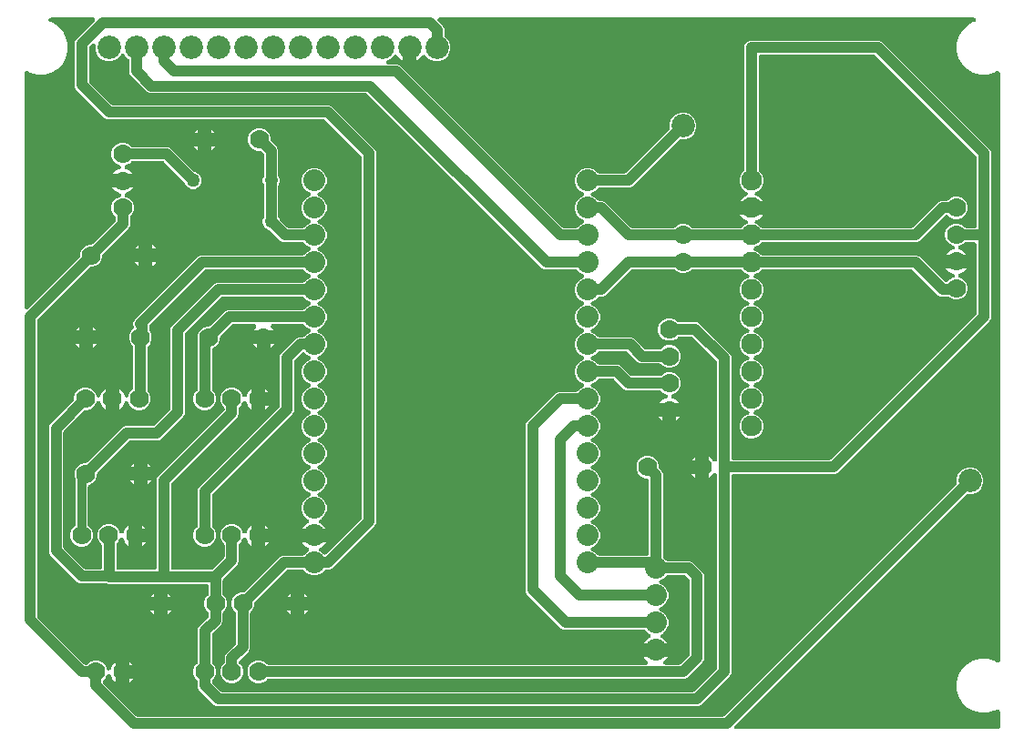
<source format=gbr>
G04 EAGLE Gerber RS-274X export*
G75*
%MOMM*%
%FSLAX34Y34*%
%LPD*%
%INBottom Copper*%
%IPPOS*%
%AMOC8*
5,1,8,0,0,1.08239X$1,22.5*%
G01*
G04 Define Apertures*
%ADD10C,1.260000*%
%ADD11C,2.184400*%
%ADD12C,1.778000*%
%ADD13C,1.930400*%
%ADD14C,2.032000*%
%ADD15C,0.812800*%
%ADD16C,1.016000*%
G36*
X1372701Y175421D02*
X1371908Y175260D01*
X1129305Y175260D01*
X1128603Y175385D01*
X1127915Y175810D01*
X1127447Y176470D01*
X1127273Y177260D01*
X1127422Y178055D01*
X1127868Y178729D01*
X1342498Y393359D01*
X1343143Y393793D01*
X1343935Y393954D01*
X1348676Y393954D01*
X1353250Y395849D01*
X1356751Y399350D01*
X1358646Y403924D01*
X1358646Y408876D01*
X1356751Y413450D01*
X1353250Y416951D01*
X1348676Y418846D01*
X1343724Y418846D01*
X1339150Y416951D01*
X1335649Y413450D01*
X1333754Y408876D01*
X1333754Y404135D01*
X1333605Y403373D01*
X1333159Y402698D01*
X1118000Y187539D01*
X1117355Y187105D01*
X1116563Y186944D01*
X572537Y186944D01*
X571775Y187093D01*
X571100Y187539D01*
X540720Y217919D01*
X540299Y218534D01*
X540126Y219324D01*
X540274Y220119D01*
X540720Y220793D01*
X542629Y222701D01*
X543873Y225705D01*
X544257Y226306D01*
X544913Y226779D01*
X545702Y226959D01*
X546498Y226817D01*
X547176Y226376D01*
X547627Y225705D01*
X549110Y222125D01*
X552325Y218910D01*
X552450Y218859D01*
X552450Y238342D01*
X552325Y238290D01*
X549110Y235075D01*
X547627Y231495D01*
X547243Y230894D01*
X546587Y230421D01*
X545799Y230241D01*
X545003Y230383D01*
X544325Y230825D01*
X543873Y231495D01*
X542629Y234499D01*
X539699Y237429D01*
X535872Y239014D01*
X531729Y239014D01*
X527901Y237429D01*
X526272Y235799D01*
X525627Y235365D01*
X524835Y235204D01*
X524277Y235204D01*
X523515Y235353D01*
X522840Y235799D01*
X479639Y279000D01*
X479205Y279645D01*
X479044Y280437D01*
X479044Y555464D01*
X479193Y556227D01*
X479639Y556901D01*
X527679Y604941D01*
X528323Y605375D01*
X529116Y605536D01*
X531420Y605536D01*
X535247Y607121D01*
X538177Y610051D01*
X539762Y613879D01*
X539762Y616183D01*
X539911Y616945D01*
X540358Y617620D01*
X564399Y641661D01*
X565404Y644088D01*
X565404Y651435D01*
X565553Y652197D01*
X565999Y652872D01*
X567629Y654501D01*
X569214Y658329D01*
X569214Y662472D01*
X567629Y666299D01*
X564699Y669229D01*
X561695Y670473D01*
X561094Y670857D01*
X560621Y671513D01*
X560441Y672302D01*
X560583Y673098D01*
X561025Y673776D01*
X561695Y674227D01*
X565275Y675710D01*
X568490Y678925D01*
X568542Y679050D01*
X549059Y679050D01*
X549110Y678925D01*
X552325Y675710D01*
X555905Y674227D01*
X556506Y673843D01*
X556979Y673187D01*
X557159Y672399D01*
X557017Y671603D01*
X556576Y670925D01*
X555905Y670473D01*
X552901Y669229D01*
X549971Y666299D01*
X548386Y662472D01*
X548386Y658329D01*
X549971Y654501D01*
X551601Y652872D01*
X552035Y652227D01*
X552196Y651435D01*
X552196Y648979D01*
X552047Y648216D01*
X551601Y647542D01*
X531018Y626959D01*
X530374Y626525D01*
X529581Y626364D01*
X527277Y626364D01*
X523449Y624779D01*
X520520Y621849D01*
X518934Y618022D01*
X518934Y615717D01*
X518786Y614955D01*
X518339Y614280D01*
X470829Y566770D01*
X470244Y566362D01*
X469457Y566176D01*
X468660Y566311D01*
X467978Y566747D01*
X467521Y567414D01*
X467360Y568207D01*
X467360Y785967D01*
X467601Y786926D01*
X468117Y787549D01*
X468835Y787921D01*
X469641Y787984D01*
X470408Y787727D01*
X472889Y786295D01*
X479288Y784580D01*
X485912Y784580D01*
X492311Y786295D01*
X498049Y789607D01*
X502733Y794291D01*
X506045Y800029D01*
X507760Y806428D01*
X507760Y813052D01*
X506045Y819451D01*
X502733Y825189D01*
X498049Y829873D01*
X492311Y833185D01*
X491342Y833445D01*
X490501Y833904D01*
X490023Y834556D01*
X489837Y835343D01*
X489972Y836141D01*
X490408Y836822D01*
X491075Y837279D01*
X491868Y837440D01*
X531095Y837440D01*
X531797Y837315D01*
X532485Y836890D01*
X532953Y836230D01*
X533127Y835440D01*
X532978Y834645D01*
X532532Y833971D01*
X515101Y816541D01*
X514096Y814114D01*
X514096Y773386D01*
X515101Y770959D01*
X542359Y743701D01*
X544786Y742696D01*
X745723Y742696D01*
X746485Y742547D01*
X747160Y742101D01*
X780201Y709060D01*
X780635Y708415D01*
X780796Y707623D01*
X780796Y371877D01*
X780647Y371115D01*
X780201Y370440D01*
X747979Y338218D01*
X747364Y337797D01*
X746575Y337624D01*
X745780Y337772D01*
X745105Y338218D01*
X743218Y340105D01*
X742331Y340473D01*
X741730Y340857D01*
X741257Y341513D01*
X741077Y342302D01*
X741219Y343098D01*
X741660Y343776D01*
X742331Y344227D01*
X743794Y344833D01*
X747367Y348406D01*
X747716Y349250D01*
X725484Y349250D01*
X725833Y348406D01*
X729406Y344833D01*
X730869Y344227D01*
X731470Y343843D01*
X731943Y343187D01*
X732123Y342399D01*
X731981Y341603D01*
X731540Y340925D01*
X730869Y340473D01*
X729982Y340105D01*
X727275Y337399D01*
X726631Y336965D01*
X725839Y336804D01*
X707240Y336804D01*
X704813Y335799D01*
X672124Y303109D01*
X671479Y302675D01*
X670687Y302514D01*
X668383Y302514D01*
X664555Y300929D01*
X661625Y297999D01*
X660040Y294172D01*
X660040Y290029D01*
X661625Y286201D01*
X663255Y284572D01*
X663689Y283927D01*
X663850Y283135D01*
X663850Y255331D01*
X663701Y254569D01*
X663255Y253894D01*
X654401Y245041D01*
X653396Y242614D01*
X653396Y237565D01*
X653247Y236803D01*
X652801Y236128D01*
X651171Y234499D01*
X649586Y230672D01*
X649586Y226529D01*
X651171Y222701D01*
X654101Y219771D01*
X657929Y218186D01*
X662072Y218186D01*
X665899Y219771D01*
X668829Y222701D01*
X670414Y226529D01*
X670414Y230672D01*
X668829Y234499D01*
X667199Y236128D01*
X666765Y236773D01*
X666604Y237565D01*
X666604Y237723D01*
X666753Y238485D01*
X667199Y239160D01*
X676053Y248013D01*
X677058Y250440D01*
X677058Y283135D01*
X677207Y283897D01*
X677653Y284572D01*
X679283Y286201D01*
X680868Y290029D01*
X680868Y292333D01*
X681017Y293095D01*
X681463Y293770D01*
X710694Y323001D01*
X711339Y323435D01*
X712131Y323596D01*
X725839Y323596D01*
X726601Y323447D01*
X727275Y323001D01*
X729982Y320295D01*
X734276Y318516D01*
X738924Y318516D01*
X743218Y320295D01*
X745925Y323001D01*
X746569Y323435D01*
X747361Y323596D01*
X750614Y323596D01*
X753041Y324601D01*
X792999Y364559D01*
X794004Y366986D01*
X794004Y712514D01*
X792999Y714941D01*
X753041Y754899D01*
X750614Y755904D01*
X549677Y755904D01*
X548915Y756053D01*
X548240Y756499D01*
X527899Y776840D01*
X527465Y777485D01*
X527304Y778277D01*
X527304Y809223D01*
X527453Y809985D01*
X527899Y810660D01*
X530185Y812946D01*
X530770Y813354D01*
X531557Y813540D01*
X532355Y813404D01*
X533036Y812968D01*
X533493Y812301D01*
X533654Y811509D01*
X533654Y807024D01*
X535549Y802450D01*
X539050Y798949D01*
X543624Y797054D01*
X548576Y797054D01*
X553150Y798949D01*
X556651Y802450D01*
X556923Y803105D01*
X557307Y803706D01*
X557963Y804179D01*
X558751Y804359D01*
X559548Y804217D01*
X560225Y803776D01*
X560677Y803105D01*
X560949Y802450D01*
X564301Y799098D01*
X564735Y798454D01*
X564896Y797661D01*
X564896Y786086D01*
X565901Y783659D01*
X581475Y768085D01*
X583902Y767080D01*
X784839Y767080D01*
X785601Y766931D01*
X786276Y766485D01*
X948759Y604001D01*
X951186Y602996D01*
X979839Y602996D01*
X980601Y602847D01*
X981275Y602401D01*
X983982Y599695D01*
X986196Y598777D01*
X986797Y598393D01*
X987270Y597737D01*
X987450Y596949D01*
X987308Y596152D01*
X986867Y595475D01*
X986196Y595023D01*
X983982Y594105D01*
X980695Y590818D01*
X978916Y586524D01*
X978916Y581876D01*
X980695Y577582D01*
X983982Y574295D01*
X986196Y573377D01*
X986797Y572993D01*
X987270Y572337D01*
X987450Y571549D01*
X987308Y570752D01*
X986867Y570075D01*
X986196Y569623D01*
X983982Y568705D01*
X980695Y565418D01*
X978916Y561124D01*
X978916Y556476D01*
X980695Y552182D01*
X983982Y548895D01*
X986196Y547977D01*
X986797Y547593D01*
X987270Y546937D01*
X987450Y546149D01*
X987308Y545352D01*
X986867Y544675D01*
X986196Y544223D01*
X983982Y543305D01*
X980695Y540018D01*
X978916Y535724D01*
X978916Y531076D01*
X980695Y526782D01*
X983982Y523495D01*
X986196Y522577D01*
X986797Y522193D01*
X987270Y521537D01*
X987450Y520749D01*
X987308Y519952D01*
X986867Y519275D01*
X986196Y518823D01*
X983982Y517905D01*
X980695Y514618D01*
X978916Y510324D01*
X978916Y505676D01*
X980695Y501382D01*
X983982Y498095D01*
X986196Y497177D01*
X986797Y496793D01*
X987270Y496137D01*
X987450Y495349D01*
X987308Y494552D01*
X986867Y493875D01*
X986196Y493423D01*
X983982Y492505D01*
X981275Y489799D01*
X980631Y489365D01*
X979839Y489204D01*
X963886Y489204D01*
X961459Y488199D01*
X934201Y460941D01*
X933196Y458514D01*
X933196Y303486D01*
X934201Y301059D01*
X966539Y268721D01*
X968966Y267716D01*
X1043339Y267716D01*
X1044101Y267567D01*
X1044775Y267121D01*
X1047482Y264415D01*
X1048369Y264047D01*
X1048970Y263663D01*
X1049443Y263007D01*
X1049623Y262218D01*
X1049481Y261422D01*
X1049040Y260745D01*
X1048369Y260293D01*
X1046906Y259687D01*
X1043333Y256114D01*
X1042984Y255270D01*
X1065216Y255270D01*
X1064867Y256114D01*
X1061294Y259687D01*
X1059831Y260293D01*
X1059230Y260677D01*
X1058757Y261333D01*
X1058577Y262121D01*
X1058719Y262917D01*
X1059160Y263595D01*
X1059831Y264047D01*
X1060718Y264415D01*
X1064005Y267702D01*
X1065784Y271996D01*
X1065784Y276644D01*
X1064005Y280938D01*
X1060718Y284225D01*
X1058504Y285143D01*
X1057903Y285527D01*
X1057430Y286183D01*
X1057250Y286971D01*
X1057392Y287768D01*
X1057833Y288445D01*
X1058504Y288897D01*
X1060718Y289815D01*
X1064005Y293102D01*
X1065784Y297396D01*
X1065784Y302044D01*
X1064005Y306338D01*
X1060718Y309625D01*
X1058504Y310543D01*
X1057903Y310927D01*
X1057430Y311583D01*
X1057250Y312371D01*
X1057392Y313168D01*
X1057833Y313845D01*
X1058504Y314297D01*
X1060718Y315215D01*
X1063425Y317921D01*
X1064069Y318355D01*
X1064861Y318516D01*
X1081003Y318516D01*
X1081765Y318367D01*
X1082440Y317921D01*
X1085001Y315360D01*
X1085435Y314715D01*
X1085596Y313923D01*
X1085596Y244877D01*
X1085447Y244115D01*
X1085001Y243440D01*
X1077360Y235799D01*
X1076715Y235365D01*
X1075923Y235204D01*
X1063250Y235204D01*
X1062548Y235329D01*
X1061860Y235754D01*
X1061392Y236414D01*
X1061218Y237204D01*
X1061367Y237999D01*
X1061813Y238673D01*
X1064867Y241726D01*
X1065216Y242570D01*
X1042984Y242570D01*
X1043333Y241726D01*
X1046387Y238673D01*
X1046795Y238088D01*
X1046981Y237301D01*
X1046845Y236504D01*
X1046409Y235822D01*
X1045742Y235365D01*
X1044950Y235204D01*
X693965Y235204D01*
X693203Y235353D01*
X692528Y235799D01*
X690899Y237429D01*
X687072Y239014D01*
X682929Y239014D01*
X679101Y237429D01*
X676171Y234499D01*
X674586Y230672D01*
X674586Y226529D01*
X676171Y222701D01*
X679101Y219771D01*
X682929Y218186D01*
X687072Y218186D01*
X690899Y219771D01*
X692528Y221401D01*
X693173Y221835D01*
X693965Y221996D01*
X1080814Y221996D01*
X1083241Y223001D01*
X1097799Y237559D01*
X1098804Y239986D01*
X1098804Y318814D01*
X1097799Y321241D01*
X1088321Y330719D01*
X1085894Y331724D01*
X1064861Y331724D01*
X1064099Y331873D01*
X1063425Y332319D01*
X1061299Y334445D01*
X1060865Y335089D01*
X1060704Y335881D01*
X1060704Y412883D01*
X1059699Y415310D01*
X1057578Y417430D01*
X1057144Y418075D01*
X1056983Y418867D01*
X1056983Y421172D01*
X1055398Y424999D01*
X1052468Y427929D01*
X1048641Y429514D01*
X1044498Y429514D01*
X1040670Y427929D01*
X1037741Y424999D01*
X1036155Y421172D01*
X1036155Y417029D01*
X1037741Y413201D01*
X1040670Y410271D01*
X1044498Y408686D01*
X1045464Y408686D01*
X1046197Y408549D01*
X1046878Y408114D01*
X1047335Y407447D01*
X1047496Y406654D01*
X1047496Y338836D01*
X1047359Y338104D01*
X1046924Y337422D01*
X1046257Y336965D01*
X1045464Y336804D01*
X1001361Y336804D01*
X1000599Y336953D01*
X999925Y337399D01*
X997218Y340105D01*
X995004Y341023D01*
X994403Y341407D01*
X993930Y342063D01*
X993750Y342851D01*
X993892Y343648D01*
X994333Y344325D01*
X995004Y344777D01*
X997218Y345695D01*
X1000505Y348982D01*
X1002284Y353276D01*
X1002284Y357924D01*
X1000505Y362218D01*
X997218Y365505D01*
X995004Y366423D01*
X994403Y366807D01*
X993930Y367463D01*
X993750Y368251D01*
X993892Y369048D01*
X994333Y369725D01*
X995004Y370177D01*
X997218Y371095D01*
X1000505Y374382D01*
X1002284Y378676D01*
X1002284Y383324D01*
X1000505Y387618D01*
X997218Y390905D01*
X995004Y391823D01*
X994403Y392207D01*
X993930Y392863D01*
X993750Y393651D01*
X993892Y394448D01*
X994333Y395125D01*
X995004Y395577D01*
X997218Y396495D01*
X1000505Y399782D01*
X1002284Y404076D01*
X1002284Y408724D01*
X1000505Y413018D01*
X997218Y416305D01*
X995004Y417223D01*
X994403Y417607D01*
X993930Y418263D01*
X993750Y419051D01*
X993892Y419848D01*
X994333Y420525D01*
X995004Y420977D01*
X997218Y421895D01*
X1000505Y425182D01*
X1002284Y429476D01*
X1002284Y434124D01*
X1000505Y438418D01*
X997218Y441705D01*
X995004Y442623D01*
X994403Y443007D01*
X993930Y443663D01*
X993750Y444451D01*
X993892Y445248D01*
X994333Y445925D01*
X995004Y446377D01*
X997218Y447295D01*
X1000505Y450582D01*
X1002284Y454876D01*
X1002284Y459524D01*
X1000505Y463818D01*
X997218Y467105D01*
X995004Y468023D01*
X994403Y468407D01*
X993930Y469063D01*
X993750Y469851D01*
X993892Y470648D01*
X994333Y471325D01*
X995004Y471777D01*
X997218Y472695D01*
X1000505Y475982D01*
X1002284Y480276D01*
X1002284Y484924D01*
X1000505Y489218D01*
X997218Y492505D01*
X995004Y493423D01*
X994403Y493807D01*
X993930Y494463D01*
X993750Y495251D01*
X993892Y496048D01*
X994333Y496725D01*
X995004Y497177D01*
X997218Y498095D01*
X999925Y500801D01*
X1000569Y501235D01*
X1001361Y501396D01*
X1014327Y501396D01*
X1015089Y501247D01*
X1015764Y500801D01*
X1024959Y491605D01*
X1027386Y490600D01*
X1057835Y490600D01*
X1058597Y490451D01*
X1059272Y490005D01*
X1060901Y488375D01*
X1063905Y487131D01*
X1064506Y486747D01*
X1064979Y486091D01*
X1065159Y485302D01*
X1065017Y484506D01*
X1064576Y483829D01*
X1063905Y483377D01*
X1060325Y481894D01*
X1057110Y478679D01*
X1057059Y478554D01*
X1076542Y478554D01*
X1076490Y478679D01*
X1073275Y481894D01*
X1069695Y483377D01*
X1069094Y483761D01*
X1068621Y484417D01*
X1068441Y485205D01*
X1068583Y486001D01*
X1069025Y486679D01*
X1069695Y487131D01*
X1072699Y488375D01*
X1075629Y491305D01*
X1077214Y495133D01*
X1077214Y499276D01*
X1075629Y503103D01*
X1072699Y506033D01*
X1068872Y507618D01*
X1064729Y507618D01*
X1060901Y506033D01*
X1059272Y504403D01*
X1058627Y503969D01*
X1057835Y503808D01*
X1032277Y503808D01*
X1031515Y503957D01*
X1030840Y504403D01*
X1021645Y513599D01*
X1019218Y514604D01*
X1001361Y514604D01*
X1000599Y514753D01*
X999925Y515199D01*
X997218Y517905D01*
X995004Y518823D01*
X994403Y519207D01*
X993930Y519863D01*
X993750Y520651D01*
X993892Y521448D01*
X994333Y522125D01*
X995004Y522577D01*
X997218Y523495D01*
X999925Y526201D01*
X1000569Y526635D01*
X1001361Y526796D01*
X1026627Y526796D01*
X1027389Y526647D01*
X1028064Y526201D01*
X1037659Y516605D01*
X1040086Y515600D01*
X1057835Y515600D01*
X1058597Y515451D01*
X1059272Y515005D01*
X1060901Y513375D01*
X1064729Y511790D01*
X1068872Y511790D01*
X1072699Y513375D01*
X1075629Y516305D01*
X1077214Y520133D01*
X1077214Y524276D01*
X1075629Y528103D01*
X1072699Y531033D01*
X1068872Y532618D01*
X1064729Y532618D01*
X1060901Y531033D01*
X1059272Y529403D01*
X1058627Y528969D01*
X1057835Y528808D01*
X1044977Y528808D01*
X1044215Y528957D01*
X1043540Y529403D01*
X1033945Y538999D01*
X1031518Y540004D01*
X1001361Y540004D01*
X1000599Y540153D01*
X999925Y540599D01*
X997218Y543305D01*
X995004Y544223D01*
X994403Y544607D01*
X993930Y545263D01*
X993750Y546051D01*
X993892Y546848D01*
X994333Y547525D01*
X995004Y547977D01*
X997218Y548895D01*
X1000505Y552182D01*
X1002284Y556476D01*
X1002284Y561124D01*
X1000505Y565418D01*
X997218Y568705D01*
X995004Y569623D01*
X994403Y570007D01*
X993930Y570663D01*
X993750Y571451D01*
X993892Y572248D01*
X994333Y572925D01*
X995004Y573377D01*
X997218Y574295D01*
X999925Y577001D01*
X1000569Y577435D01*
X1001361Y577596D01*
X1004614Y577596D01*
X1007041Y578601D01*
X1031240Y602801D01*
X1031885Y603235D01*
X1032677Y603396D01*
X1070535Y603396D01*
X1071297Y603247D01*
X1071972Y602801D01*
X1073601Y601171D01*
X1077429Y599586D01*
X1081572Y599586D01*
X1085399Y601171D01*
X1087028Y602801D01*
X1087673Y603235D01*
X1088465Y603396D01*
X1132557Y603396D01*
X1133320Y603247D01*
X1133994Y602801D01*
X1136669Y600125D01*
X1139924Y598777D01*
X1140525Y598393D01*
X1140998Y597737D01*
X1141178Y596949D01*
X1141036Y596152D01*
X1140595Y595475D01*
X1139924Y595023D01*
X1136669Y593675D01*
X1133525Y590531D01*
X1131824Y586423D01*
X1131824Y581977D01*
X1133525Y577869D01*
X1136669Y574725D01*
X1139924Y573377D01*
X1140525Y572993D01*
X1140998Y572337D01*
X1141178Y571549D01*
X1141036Y570752D01*
X1140595Y570075D01*
X1139924Y569623D01*
X1136669Y568275D01*
X1133525Y565131D01*
X1131824Y561023D01*
X1131824Y556577D01*
X1133525Y552469D01*
X1136669Y549325D01*
X1139924Y547977D01*
X1140525Y547593D01*
X1140998Y546937D01*
X1141178Y546149D01*
X1141036Y545352D01*
X1140595Y544675D01*
X1139924Y544223D01*
X1136669Y542875D01*
X1133525Y539731D01*
X1131824Y535623D01*
X1131824Y531177D01*
X1133525Y527069D01*
X1136669Y523925D01*
X1139924Y522577D01*
X1140525Y522193D01*
X1140998Y521537D01*
X1141178Y520749D01*
X1141036Y519952D01*
X1140595Y519275D01*
X1139924Y518823D01*
X1136669Y517475D01*
X1133525Y514331D01*
X1131824Y510223D01*
X1131824Y505777D01*
X1133525Y501669D01*
X1136669Y498525D01*
X1139924Y497177D01*
X1140525Y496793D01*
X1140998Y496137D01*
X1141178Y495349D01*
X1141036Y494552D01*
X1140595Y493875D01*
X1139924Y493423D01*
X1136669Y492075D01*
X1133525Y488931D01*
X1131824Y484823D01*
X1131824Y480377D01*
X1133525Y476269D01*
X1136669Y473125D01*
X1139924Y471777D01*
X1140525Y471393D01*
X1140998Y470737D01*
X1141178Y469949D01*
X1141036Y469152D01*
X1140595Y468475D01*
X1139924Y468023D01*
X1136669Y466675D01*
X1133525Y463531D01*
X1131824Y459423D01*
X1131824Y454977D01*
X1133525Y450869D01*
X1136669Y447725D01*
X1140777Y446024D01*
X1145223Y446024D01*
X1149331Y447725D01*
X1152475Y450869D01*
X1154176Y454977D01*
X1154176Y459423D01*
X1152475Y463531D01*
X1149331Y466675D01*
X1146076Y468023D01*
X1145475Y468407D01*
X1145002Y469063D01*
X1144822Y469851D01*
X1144964Y470648D01*
X1145405Y471325D01*
X1146076Y471777D01*
X1149331Y473125D01*
X1152475Y476269D01*
X1154176Y480377D01*
X1154176Y484823D01*
X1152475Y488931D01*
X1149331Y492075D01*
X1146076Y493423D01*
X1145475Y493807D01*
X1145002Y494463D01*
X1144822Y495251D01*
X1144964Y496048D01*
X1145405Y496725D01*
X1146076Y497177D01*
X1149331Y498525D01*
X1152475Y501669D01*
X1154176Y505777D01*
X1154176Y510223D01*
X1152475Y514331D01*
X1149331Y517475D01*
X1146076Y518823D01*
X1145475Y519207D01*
X1145002Y519863D01*
X1144822Y520651D01*
X1144964Y521448D01*
X1145405Y522125D01*
X1146076Y522577D01*
X1149331Y523925D01*
X1152475Y527069D01*
X1154176Y531177D01*
X1154176Y535623D01*
X1152475Y539731D01*
X1149331Y542875D01*
X1146076Y544223D01*
X1145475Y544607D01*
X1145002Y545263D01*
X1144822Y546051D01*
X1144964Y546848D01*
X1145405Y547525D01*
X1146076Y547977D01*
X1149331Y549325D01*
X1152475Y552469D01*
X1154176Y556577D01*
X1154176Y561023D01*
X1152475Y565131D01*
X1149331Y568275D01*
X1146076Y569623D01*
X1145475Y570007D01*
X1145002Y570663D01*
X1144822Y571451D01*
X1144964Y572248D01*
X1145405Y572925D01*
X1146076Y573377D01*
X1149331Y574725D01*
X1152475Y577869D01*
X1154176Y581977D01*
X1154176Y586423D01*
X1152475Y590531D01*
X1149331Y593675D01*
X1146076Y595023D01*
X1145475Y595407D01*
X1145002Y596063D01*
X1144822Y596851D01*
X1144964Y597648D01*
X1145405Y598325D01*
X1146076Y598777D01*
X1149331Y600125D01*
X1151606Y602401D01*
X1152250Y602835D01*
X1153043Y602996D01*
X1291823Y602996D01*
X1292585Y602847D01*
X1293260Y602401D01*
X1317059Y578601D01*
X1319486Y577596D01*
X1325735Y577596D01*
X1326497Y577447D01*
X1327172Y577001D01*
X1327601Y576571D01*
X1331429Y574986D01*
X1335572Y574986D01*
X1339399Y576571D01*
X1342329Y579501D01*
X1343914Y583329D01*
X1343914Y587472D01*
X1342329Y591299D01*
X1339399Y594229D01*
X1336395Y595473D01*
X1335794Y595857D01*
X1335321Y596513D01*
X1335141Y597302D01*
X1335283Y598098D01*
X1335725Y598776D01*
X1336395Y599227D01*
X1339975Y600710D01*
X1343190Y603925D01*
X1343242Y604050D01*
X1323759Y604050D01*
X1323810Y603925D01*
X1327025Y600710D01*
X1330605Y599227D01*
X1331206Y598843D01*
X1331679Y598187D01*
X1331859Y597399D01*
X1331717Y596603D01*
X1331276Y595925D01*
X1330605Y595473D01*
X1327601Y594229D01*
X1325293Y591920D01*
X1324678Y591499D01*
X1323888Y591326D01*
X1323093Y591474D01*
X1322419Y591920D01*
X1299141Y615199D01*
X1296714Y616204D01*
X1153043Y616204D01*
X1152280Y616353D01*
X1151606Y616799D01*
X1149331Y619075D01*
X1146076Y620423D01*
X1145475Y620807D01*
X1145002Y621463D01*
X1144822Y622251D01*
X1144964Y623048D01*
X1145405Y623725D01*
X1146076Y624177D01*
X1149331Y625525D01*
X1151606Y627801D01*
X1152250Y628235D01*
X1153043Y628396D01*
X1296714Y628396D01*
X1299141Y629401D01*
X1322940Y653201D01*
X1323585Y653635D01*
X1324377Y653796D01*
X1324535Y653796D01*
X1325297Y653647D01*
X1325972Y653201D01*
X1327601Y651571D01*
X1331429Y649986D01*
X1335572Y649986D01*
X1339399Y651571D01*
X1342329Y654501D01*
X1343914Y658329D01*
X1343914Y662472D01*
X1342329Y666299D01*
X1339399Y669229D01*
X1335572Y670814D01*
X1331429Y670814D01*
X1327601Y669229D01*
X1325972Y667599D01*
X1325327Y667165D01*
X1324535Y667004D01*
X1319486Y667004D01*
X1317059Y665999D01*
X1293260Y642199D01*
X1292615Y641765D01*
X1291823Y641604D01*
X1153043Y641604D01*
X1152280Y641753D01*
X1151606Y642199D01*
X1149331Y644475D01*
X1147404Y645273D01*
X1146803Y645657D01*
X1146330Y646313D01*
X1146150Y647102D01*
X1146292Y647898D01*
X1146733Y648575D01*
X1147404Y649027D01*
X1149906Y650064D01*
X1153336Y653494D01*
X1153566Y654050D01*
X1132434Y654050D01*
X1132664Y653494D01*
X1136094Y650064D01*
X1138597Y649027D01*
X1139197Y648643D01*
X1139670Y647987D01*
X1139850Y647199D01*
X1139708Y646403D01*
X1139267Y645725D01*
X1138597Y645273D01*
X1136669Y644475D01*
X1134394Y642199D01*
X1133750Y641765D01*
X1132957Y641604D01*
X1088465Y641604D01*
X1087703Y641753D01*
X1087028Y642199D01*
X1085399Y643829D01*
X1081572Y645414D01*
X1077429Y645414D01*
X1073601Y643829D01*
X1071972Y642199D01*
X1071327Y641765D01*
X1070535Y641604D01*
X1032277Y641604D01*
X1031515Y641753D01*
X1030840Y642199D01*
X1007041Y665999D01*
X1004614Y667004D01*
X1001361Y667004D01*
X1000599Y667153D01*
X999925Y667599D01*
X997218Y670305D01*
X995004Y671223D01*
X994403Y671607D01*
X993930Y672263D01*
X993750Y673051D01*
X993892Y673848D01*
X994333Y674525D01*
X995004Y674977D01*
X997218Y675895D01*
X999925Y678601D01*
X1000569Y679035D01*
X1001361Y679196D01*
X1030014Y679196D01*
X1032441Y680201D01*
X1075798Y723559D01*
X1076443Y723993D01*
X1077235Y724154D01*
X1081976Y724154D01*
X1086550Y726049D01*
X1090051Y729550D01*
X1091946Y734124D01*
X1091946Y739076D01*
X1090051Y743650D01*
X1086550Y747151D01*
X1081976Y749046D01*
X1077024Y749046D01*
X1072450Y747151D01*
X1068949Y743650D01*
X1067054Y739076D01*
X1067054Y734335D01*
X1066905Y733573D01*
X1066459Y732898D01*
X1026560Y692999D01*
X1025915Y692565D01*
X1025123Y692404D01*
X1001361Y692404D01*
X1000599Y692553D01*
X999925Y692999D01*
X997218Y695705D01*
X992924Y697484D01*
X988276Y697484D01*
X983982Y695705D01*
X980695Y692418D01*
X978916Y688124D01*
X978916Y683476D01*
X980695Y679182D01*
X983982Y675895D01*
X986196Y674977D01*
X986797Y674593D01*
X987270Y673937D01*
X987450Y673149D01*
X987308Y672352D01*
X986867Y671675D01*
X986196Y671223D01*
X983982Y670305D01*
X980695Y667018D01*
X978916Y662724D01*
X978916Y658076D01*
X980695Y653782D01*
X983982Y650495D01*
X986196Y649577D01*
X986797Y649193D01*
X987270Y648537D01*
X987450Y647749D01*
X987308Y646952D01*
X986867Y646275D01*
X986196Y645823D01*
X983982Y644905D01*
X981275Y642199D01*
X980631Y641765D01*
X979839Y641604D01*
X968777Y641604D01*
X968015Y641753D01*
X967340Y642199D01*
X816541Y792999D01*
X814114Y794004D01*
X805428Y794004D01*
X804741Y794124D01*
X804049Y794543D01*
X803576Y795199D01*
X803396Y795987D01*
X803538Y796784D01*
X803980Y797461D01*
X804650Y797913D01*
X807150Y798949D01*
X810762Y802561D01*
X811362Y802975D01*
X812150Y803155D01*
X812946Y803013D01*
X813624Y802572D01*
X814076Y801902D01*
X814087Y801874D01*
X817874Y798087D01*
X819150Y797559D01*
X819150Y815850D01*
X831850Y815850D01*
X831850Y797559D01*
X833126Y798087D01*
X836913Y801874D01*
X836924Y801902D01*
X837319Y802514D01*
X837979Y802982D01*
X838769Y803156D01*
X839564Y803007D01*
X840238Y802561D01*
X843850Y798949D01*
X848424Y797054D01*
X853376Y797054D01*
X857950Y798949D01*
X861451Y802450D01*
X863346Y807024D01*
X863346Y811976D01*
X861451Y816550D01*
X858099Y819902D01*
X857665Y820546D01*
X857504Y821339D01*
X857504Y826814D01*
X856499Y829241D01*
X851768Y833971D01*
X851360Y834556D01*
X851174Y835343D01*
X851310Y836141D01*
X851746Y836822D01*
X852413Y837279D01*
X853205Y837440D01*
X1349632Y837440D01*
X1350563Y837214D01*
X1351194Y836708D01*
X1351577Y835996D01*
X1351653Y835191D01*
X1351408Y834420D01*
X1350882Y833806D01*
X1350158Y833445D01*
X1349189Y833185D01*
X1343451Y829873D01*
X1338767Y825189D01*
X1335455Y819451D01*
X1333740Y813052D01*
X1333740Y806428D01*
X1335455Y800029D01*
X1338767Y794291D01*
X1343451Y789607D01*
X1349189Y786295D01*
X1355588Y784580D01*
X1362212Y784580D01*
X1368611Y786295D01*
X1370892Y787611D01*
X1371843Y787883D01*
X1372641Y787747D01*
X1373322Y787311D01*
X1373779Y786644D01*
X1373940Y785852D01*
X1373940Y239548D01*
X1373699Y238589D01*
X1373183Y237966D01*
X1372465Y237594D01*
X1371659Y237532D01*
X1370892Y237789D01*
X1368611Y239105D01*
X1362212Y240820D01*
X1355588Y240820D01*
X1349189Y239105D01*
X1343451Y235793D01*
X1338767Y231109D01*
X1335455Y225371D01*
X1333740Y218972D01*
X1333740Y212348D01*
X1335455Y205949D01*
X1338767Y200211D01*
X1343451Y195527D01*
X1349189Y192215D01*
X1355588Y190500D01*
X1362212Y190500D01*
X1368611Y192215D01*
X1370892Y193531D01*
X1371843Y193803D01*
X1372641Y193667D01*
X1373322Y193231D01*
X1373779Y192564D01*
X1373940Y191772D01*
X1373940Y177292D01*
X1373803Y176560D01*
X1373368Y175878D01*
X1372701Y175421D01*
G37*
%LPC*%
G36*
X646386Y196596D02*
X1093514Y196596D01*
X1095941Y197601D01*
X1123199Y224859D01*
X1124204Y227286D01*
X1124204Y410464D01*
X1124341Y411197D01*
X1124776Y411878D01*
X1125443Y412335D01*
X1126236Y412496D01*
X1220514Y412496D01*
X1222941Y413501D01*
X1364499Y555059D01*
X1365504Y557486D01*
X1365504Y712514D01*
X1364499Y714941D01*
X1264341Y815099D01*
X1261914Y816104D01*
X1141686Y816104D01*
X1139259Y815099D01*
X1137401Y813241D01*
X1136396Y810814D01*
X1136396Y695843D01*
X1136247Y695080D01*
X1135801Y694406D01*
X1133525Y692131D01*
X1131824Y688023D01*
X1131824Y683577D01*
X1133525Y679469D01*
X1136669Y676325D01*
X1138597Y675527D01*
X1139197Y675143D01*
X1139670Y674487D01*
X1139850Y673698D01*
X1139708Y672902D01*
X1139267Y672225D01*
X1138597Y671773D01*
X1136094Y670736D01*
X1132664Y667306D01*
X1132434Y666750D01*
X1153566Y666750D01*
X1153336Y667306D01*
X1149906Y670736D01*
X1147404Y671773D01*
X1146803Y672157D01*
X1146330Y672813D01*
X1146150Y673601D01*
X1146292Y674397D01*
X1146733Y675075D01*
X1147404Y675527D01*
X1149331Y676325D01*
X1152475Y679469D01*
X1154176Y683577D01*
X1154176Y688023D01*
X1152475Y692131D01*
X1150199Y694406D01*
X1149765Y695050D01*
X1149604Y695843D01*
X1149604Y800864D01*
X1149741Y801597D01*
X1150176Y802278D01*
X1150843Y802735D01*
X1151636Y802896D01*
X1257023Y802896D01*
X1257785Y802747D01*
X1258460Y802301D01*
X1351701Y709060D01*
X1352135Y708415D01*
X1352296Y707623D01*
X1352296Y643636D01*
X1352159Y642904D01*
X1351724Y642222D01*
X1351057Y641765D01*
X1350264Y641604D01*
X1342865Y641604D01*
X1342103Y641753D01*
X1341428Y642199D01*
X1339399Y644229D01*
X1335572Y645814D01*
X1331429Y645814D01*
X1327601Y644229D01*
X1324671Y641299D01*
X1323086Y637472D01*
X1323086Y633329D01*
X1324671Y629501D01*
X1327601Y626571D01*
X1330605Y625327D01*
X1331206Y624943D01*
X1331679Y624287D01*
X1331859Y623498D01*
X1331717Y622702D01*
X1331276Y622025D01*
X1330605Y621573D01*
X1327025Y620090D01*
X1323810Y616875D01*
X1323759Y616750D01*
X1343242Y616750D01*
X1343190Y616875D01*
X1339975Y620090D01*
X1336395Y621573D01*
X1335794Y621957D01*
X1335321Y622613D01*
X1335141Y623401D01*
X1335283Y624197D01*
X1335725Y624875D01*
X1336395Y625327D01*
X1339399Y626571D01*
X1340628Y627801D01*
X1341273Y628235D01*
X1342065Y628396D01*
X1350264Y628396D01*
X1350997Y628259D01*
X1351678Y627824D01*
X1352135Y627157D01*
X1352296Y626364D01*
X1352296Y562377D01*
X1352147Y561615D01*
X1351701Y560940D01*
X1217060Y426299D01*
X1216415Y425865D01*
X1215623Y425704D01*
X1126236Y425704D01*
X1125504Y425841D01*
X1124822Y426276D01*
X1124365Y426943D01*
X1124204Y427736D01*
X1124204Y522014D01*
X1123199Y524441D01*
X1094837Y552803D01*
X1092410Y553808D01*
X1075765Y553808D01*
X1075003Y553957D01*
X1074328Y554403D01*
X1072699Y556033D01*
X1068872Y557618D01*
X1064729Y557618D01*
X1060901Y556033D01*
X1057971Y553103D01*
X1056386Y549276D01*
X1056386Y545133D01*
X1057971Y541305D01*
X1060901Y538375D01*
X1064729Y536790D01*
X1068872Y536790D01*
X1072699Y538375D01*
X1074328Y540005D01*
X1074973Y540439D01*
X1075765Y540600D01*
X1087519Y540600D01*
X1088281Y540451D01*
X1088956Y540005D01*
X1110401Y518560D01*
X1110835Y517915D01*
X1110996Y517123D01*
X1110996Y426286D01*
X1110876Y425599D01*
X1110457Y424907D01*
X1109801Y424434D01*
X1109013Y424254D01*
X1108216Y424396D01*
X1107539Y424837D01*
X1107087Y425508D01*
X1107059Y425575D01*
X1103844Y428790D01*
X1103719Y428842D01*
X1103719Y409359D01*
X1103844Y409410D01*
X1107059Y412625D01*
X1107087Y412692D01*
X1107460Y413281D01*
X1108112Y413759D01*
X1108899Y413945D01*
X1109697Y413810D01*
X1110378Y413374D01*
X1110835Y412707D01*
X1110996Y411914D01*
X1110996Y232177D01*
X1110847Y231415D01*
X1110401Y230740D01*
X1090060Y210399D01*
X1089415Y209965D01*
X1088623Y209804D01*
X651277Y209804D01*
X650515Y209953D01*
X649840Y210399D01*
X642199Y218040D01*
X641765Y218685D01*
X641604Y219477D01*
X641604Y219635D01*
X641753Y220397D01*
X642199Y221072D01*
X643829Y222701D01*
X645414Y226529D01*
X645414Y230672D01*
X643829Y234499D01*
X642199Y236128D01*
X641765Y236773D01*
X641604Y237565D01*
X641604Y263123D01*
X641753Y263885D01*
X642199Y264560D01*
X650653Y273013D01*
X651658Y275440D01*
X651658Y283135D01*
X651807Y283897D01*
X652253Y284572D01*
X653883Y286201D01*
X655468Y290029D01*
X655468Y294172D01*
X653883Y297999D01*
X652253Y299628D01*
X651819Y300273D01*
X651658Y301065D01*
X651658Y313923D01*
X651807Y314685D01*
X652253Y315360D01*
X665599Y328705D01*
X666604Y331132D01*
X666604Y346635D01*
X666753Y347397D01*
X667199Y348072D01*
X668829Y349701D01*
X670073Y352705D01*
X670457Y353306D01*
X671113Y353779D01*
X671902Y353959D01*
X672698Y353817D01*
X673376Y353376D01*
X673827Y352705D01*
X675310Y349125D01*
X678525Y345910D01*
X678650Y345859D01*
X678650Y365342D01*
X678525Y365290D01*
X675310Y362075D01*
X673827Y358495D01*
X673443Y357894D01*
X672787Y357421D01*
X671999Y357241D01*
X671203Y357383D01*
X670525Y357825D01*
X670073Y358495D01*
X668829Y361499D01*
X665899Y364429D01*
X662072Y366014D01*
X657929Y366014D01*
X654101Y364429D01*
X651171Y361499D01*
X649586Y357672D01*
X649586Y353529D01*
X651171Y349701D01*
X652801Y348072D01*
X653235Y347427D01*
X653396Y346635D01*
X653396Y336023D01*
X653247Y335261D01*
X652801Y334586D01*
X642514Y324299D01*
X641869Y323865D01*
X641077Y323704D01*
X605536Y323704D01*
X604804Y323841D01*
X604122Y324276D01*
X603665Y324943D01*
X603504Y325736D01*
X603504Y402823D01*
X603653Y403585D01*
X604099Y404260D01*
X665599Y465759D01*
X666604Y468186D01*
X666604Y473635D01*
X666753Y474397D01*
X667199Y475072D01*
X668829Y476701D01*
X670073Y479705D01*
X670457Y480306D01*
X671113Y480779D01*
X671902Y480959D01*
X672698Y480817D01*
X673376Y480376D01*
X673827Y479705D01*
X675310Y476125D01*
X678525Y472910D01*
X678650Y472859D01*
X678650Y492342D01*
X678525Y492290D01*
X675310Y489075D01*
X673827Y485495D01*
X673443Y484894D01*
X672787Y484421D01*
X671999Y484241D01*
X671203Y484383D01*
X670525Y484825D01*
X670073Y485495D01*
X668829Y488499D01*
X665899Y491429D01*
X662072Y493014D01*
X657929Y493014D01*
X654101Y491429D01*
X651171Y488499D01*
X649586Y484672D01*
X649586Y480529D01*
X651171Y476701D01*
X652801Y475072D01*
X653235Y474427D01*
X653396Y473635D01*
X653396Y473077D01*
X653247Y472315D01*
X652801Y471640D01*
X591301Y410141D01*
X590296Y407714D01*
X590296Y325736D01*
X590159Y325004D01*
X589724Y324322D01*
X589057Y323865D01*
X588264Y323704D01*
X554736Y323704D01*
X554004Y323841D01*
X553322Y324276D01*
X552865Y324943D01*
X552704Y325736D01*
X552704Y347035D01*
X552853Y347797D01*
X553299Y348472D01*
X554529Y349701D01*
X555773Y352705D01*
X556157Y353306D01*
X556813Y353779D01*
X557602Y353959D01*
X558398Y353817D01*
X559076Y353376D01*
X559527Y352705D01*
X561010Y349125D01*
X564225Y345910D01*
X564350Y345859D01*
X564350Y365342D01*
X564225Y365290D01*
X561010Y362075D01*
X559527Y358495D01*
X559143Y357894D01*
X558487Y357421D01*
X557699Y357241D01*
X556903Y357383D01*
X556225Y357825D01*
X555773Y358495D01*
X554529Y361499D01*
X551599Y364429D01*
X547772Y366014D01*
X543629Y366014D01*
X539801Y364429D01*
X536871Y361499D01*
X535286Y357672D01*
X535286Y353529D01*
X536871Y349701D01*
X538901Y347672D01*
X539335Y347027D01*
X539496Y346235D01*
X539496Y326136D01*
X539359Y325404D01*
X538924Y324722D01*
X538257Y324265D01*
X537464Y324104D01*
X524277Y324104D01*
X523515Y324253D01*
X522840Y324699D01*
X504023Y343516D01*
X503589Y344161D01*
X503428Y344953D01*
X503428Y451747D01*
X503577Y452509D01*
X504023Y453184D01*
X522430Y471591D01*
X523075Y472025D01*
X523867Y472186D01*
X526172Y472186D01*
X529999Y473771D01*
X532929Y476701D01*
X534173Y479705D01*
X534557Y480306D01*
X535213Y480779D01*
X536002Y480959D01*
X536798Y480817D01*
X537476Y480376D01*
X537927Y479705D01*
X539410Y476125D01*
X542625Y472910D01*
X542750Y472859D01*
X542750Y492342D01*
X542625Y492290D01*
X539410Y489075D01*
X537927Y485495D01*
X537543Y484894D01*
X536887Y484421D01*
X536099Y484241D01*
X535303Y484383D01*
X534625Y484825D01*
X534173Y485495D01*
X532929Y488499D01*
X529999Y491429D01*
X526172Y493014D01*
X522029Y493014D01*
X518201Y491429D01*
X515271Y488499D01*
X513686Y484672D01*
X513686Y482367D01*
X513537Y481605D01*
X513091Y480930D01*
X491225Y459065D01*
X490220Y456638D01*
X490220Y340062D01*
X491225Y337635D01*
X516959Y311901D01*
X519386Y310896D01*
X543817Y310896D01*
X544594Y310741D01*
X545186Y310496D01*
X636418Y310496D01*
X637151Y310359D01*
X637832Y309924D01*
X638289Y309257D01*
X638450Y308464D01*
X638450Y301065D01*
X638301Y300303D01*
X637855Y299628D01*
X636225Y297999D01*
X634640Y294172D01*
X634640Y290029D01*
X636225Y286201D01*
X637855Y284572D01*
X638289Y283927D01*
X638450Y283135D01*
X638450Y280331D01*
X638301Y279569D01*
X637855Y278894D01*
X629401Y270441D01*
X628396Y268014D01*
X628396Y237565D01*
X628247Y236803D01*
X627801Y236128D01*
X626171Y234499D01*
X624586Y230672D01*
X624586Y226529D01*
X626171Y222701D01*
X627801Y221072D01*
X628235Y220427D01*
X628396Y219635D01*
X628396Y214586D01*
X629401Y212159D01*
X643959Y197601D01*
X646386Y196596D01*
G37*
G36*
X518629Y345186D02*
X522772Y345186D01*
X526599Y346771D01*
X529529Y349701D01*
X531114Y353529D01*
X531114Y357672D01*
X529529Y361499D01*
X526883Y364144D01*
X526449Y364789D01*
X526288Y365581D01*
X526288Y400901D01*
X526431Y401648D01*
X526872Y402326D01*
X527542Y402778D01*
X530303Y403921D01*
X533233Y406851D01*
X534818Y410679D01*
X534818Y412983D01*
X534967Y413745D01*
X535413Y414420D01*
X564644Y443651D01*
X565289Y444085D01*
X566081Y444246D01*
X591864Y444246D01*
X594291Y445251D01*
X615199Y466159D01*
X616204Y468586D01*
X616204Y542523D01*
X616353Y543285D01*
X616799Y543960D01*
X649840Y577001D01*
X650485Y577435D01*
X651277Y577596D01*
X725839Y577596D01*
X726601Y577447D01*
X727275Y577001D01*
X729982Y574295D01*
X732196Y573377D01*
X732797Y572993D01*
X733270Y572337D01*
X733450Y571549D01*
X733308Y570752D01*
X732867Y570075D01*
X732196Y569623D01*
X729982Y568705D01*
X727275Y565999D01*
X726631Y565565D01*
X725839Y565404D01*
X656440Y565404D01*
X654013Y564399D01*
X640374Y550759D01*
X639729Y550325D01*
X638937Y550164D01*
X636633Y550164D01*
X632805Y548579D01*
X629875Y545649D01*
X628290Y541822D01*
X628290Y537551D01*
X628396Y537018D01*
X628396Y491565D01*
X628247Y490803D01*
X627801Y490128D01*
X626171Y488499D01*
X624586Y484672D01*
X624586Y480529D01*
X626171Y476701D01*
X629101Y473771D01*
X632929Y472186D01*
X637072Y472186D01*
X640899Y473771D01*
X643829Y476701D01*
X645414Y480529D01*
X645414Y484672D01*
X643829Y488499D01*
X642199Y490128D01*
X641765Y490773D01*
X641604Y491565D01*
X641604Y528321D01*
X641747Y529069D01*
X642188Y529747D01*
X642858Y530199D01*
X644603Y530921D01*
X647533Y533851D01*
X649118Y537679D01*
X649118Y539983D01*
X649267Y540745D01*
X649713Y541420D01*
X659894Y551601D01*
X660539Y552035D01*
X661331Y552196D01*
X680880Y552196D01*
X681582Y552071D01*
X682270Y551646D01*
X682738Y550986D01*
X682912Y550196D01*
X682763Y549401D01*
X682317Y548727D01*
X679814Y546225D01*
X679763Y546100D01*
X699246Y546100D01*
X699194Y546225D01*
X696691Y548727D01*
X696283Y549312D01*
X696097Y550099D01*
X696233Y550897D01*
X696669Y551578D01*
X697336Y552035D01*
X698128Y552196D01*
X725839Y552196D01*
X726601Y552047D01*
X727275Y551601D01*
X729982Y548895D01*
X732196Y547977D01*
X732797Y547593D01*
X733270Y546937D01*
X733450Y546149D01*
X733308Y545352D01*
X732867Y544675D01*
X732196Y544223D01*
X729982Y543305D01*
X727275Y540599D01*
X726631Y540165D01*
X725839Y540004D01*
X722586Y540004D01*
X720159Y538999D01*
X705601Y524441D01*
X704596Y522014D01*
X704596Y476123D01*
X704447Y475361D01*
X704001Y474686D01*
X629401Y400087D01*
X628396Y397660D01*
X628396Y364565D01*
X628247Y363803D01*
X627801Y363128D01*
X626171Y361499D01*
X624586Y357672D01*
X624586Y353529D01*
X626171Y349701D01*
X629101Y346771D01*
X632929Y345186D01*
X637072Y345186D01*
X640899Y346771D01*
X643829Y349701D01*
X645414Y353529D01*
X645414Y357672D01*
X643829Y361499D01*
X642199Y363128D01*
X641765Y363773D01*
X641604Y364565D01*
X641604Y392769D01*
X641753Y393531D01*
X642199Y394206D01*
X716799Y468805D01*
X717804Y471232D01*
X717804Y517123D01*
X717953Y517885D01*
X718399Y518560D01*
X725221Y525382D01*
X725836Y525803D01*
X726626Y525977D01*
X727421Y525828D01*
X728095Y525382D01*
X729982Y523495D01*
X732196Y522577D01*
X732797Y522193D01*
X733270Y521537D01*
X733450Y520749D01*
X733308Y519952D01*
X732867Y519275D01*
X732196Y518823D01*
X729982Y517905D01*
X726695Y514618D01*
X724916Y510324D01*
X724916Y505676D01*
X726695Y501382D01*
X729982Y498095D01*
X732196Y497177D01*
X732797Y496793D01*
X733270Y496137D01*
X733450Y495349D01*
X733308Y494552D01*
X732867Y493875D01*
X732196Y493423D01*
X729982Y492505D01*
X726695Y489218D01*
X724916Y484924D01*
X724916Y480276D01*
X726695Y475982D01*
X729982Y472695D01*
X732196Y471777D01*
X732797Y471393D01*
X733270Y470737D01*
X733450Y469949D01*
X733308Y469152D01*
X732867Y468475D01*
X732196Y468023D01*
X729982Y467105D01*
X726695Y463818D01*
X724916Y459524D01*
X724916Y454876D01*
X726695Y450582D01*
X729982Y447295D01*
X732196Y446377D01*
X732797Y445993D01*
X733270Y445337D01*
X733450Y444549D01*
X733308Y443752D01*
X732867Y443075D01*
X732196Y442623D01*
X729982Y441705D01*
X726695Y438418D01*
X724916Y434124D01*
X724916Y429476D01*
X726695Y425182D01*
X729982Y421895D01*
X732196Y420977D01*
X732797Y420593D01*
X733270Y419937D01*
X733450Y419149D01*
X733308Y418352D01*
X732867Y417675D01*
X732196Y417223D01*
X729982Y416305D01*
X726695Y413018D01*
X724916Y408724D01*
X724916Y404076D01*
X726695Y399782D01*
X729982Y396495D01*
X732196Y395577D01*
X732797Y395193D01*
X733270Y394537D01*
X733450Y393749D01*
X733308Y392952D01*
X732867Y392275D01*
X732196Y391823D01*
X729982Y390905D01*
X726695Y387618D01*
X724916Y383324D01*
X724916Y378676D01*
X726695Y374382D01*
X729982Y371095D01*
X730869Y370727D01*
X731470Y370343D01*
X731943Y369687D01*
X732123Y368898D01*
X731981Y368102D01*
X731540Y367425D01*
X730869Y366973D01*
X729406Y366367D01*
X725833Y362794D01*
X725484Y361950D01*
X747716Y361950D01*
X747367Y362794D01*
X743794Y366367D01*
X742331Y366973D01*
X741730Y367357D01*
X741257Y368013D01*
X741077Y368801D01*
X741219Y369597D01*
X741660Y370275D01*
X742331Y370727D01*
X743218Y371095D01*
X746505Y374382D01*
X748284Y378676D01*
X748284Y383324D01*
X746505Y387618D01*
X743218Y390905D01*
X741004Y391823D01*
X740403Y392207D01*
X739930Y392863D01*
X739750Y393651D01*
X739892Y394448D01*
X740333Y395125D01*
X741004Y395577D01*
X743218Y396495D01*
X746505Y399782D01*
X748284Y404076D01*
X748284Y408724D01*
X746505Y413018D01*
X743218Y416305D01*
X741004Y417223D01*
X740403Y417607D01*
X739930Y418263D01*
X739750Y419051D01*
X739892Y419848D01*
X740333Y420525D01*
X741004Y420977D01*
X743218Y421895D01*
X746505Y425182D01*
X748284Y429476D01*
X748284Y434124D01*
X746505Y438418D01*
X743218Y441705D01*
X741004Y442623D01*
X740403Y443007D01*
X739930Y443663D01*
X739750Y444451D01*
X739892Y445248D01*
X740333Y445925D01*
X741004Y446377D01*
X743218Y447295D01*
X746505Y450582D01*
X748284Y454876D01*
X748284Y459524D01*
X746505Y463818D01*
X743218Y467105D01*
X741004Y468023D01*
X740403Y468407D01*
X739930Y469063D01*
X739750Y469851D01*
X739892Y470648D01*
X740333Y471325D01*
X741004Y471777D01*
X743218Y472695D01*
X746505Y475982D01*
X748284Y480276D01*
X748284Y484924D01*
X746505Y489218D01*
X743218Y492505D01*
X741004Y493423D01*
X740403Y493807D01*
X739930Y494463D01*
X739750Y495251D01*
X739892Y496048D01*
X740333Y496725D01*
X741004Y497177D01*
X743218Y498095D01*
X746505Y501382D01*
X748284Y505676D01*
X748284Y510324D01*
X746505Y514618D01*
X743218Y517905D01*
X741004Y518823D01*
X740403Y519207D01*
X739930Y519863D01*
X739750Y520651D01*
X739892Y521448D01*
X740333Y522125D01*
X741004Y522577D01*
X743218Y523495D01*
X746505Y526782D01*
X748284Y531076D01*
X748284Y535724D01*
X746505Y540018D01*
X743218Y543305D01*
X741004Y544223D01*
X740403Y544607D01*
X739930Y545263D01*
X739750Y546051D01*
X739892Y546848D01*
X740333Y547525D01*
X741004Y547977D01*
X743218Y548895D01*
X746505Y552182D01*
X748284Y556476D01*
X748284Y561124D01*
X746505Y565418D01*
X743218Y568705D01*
X741004Y569623D01*
X740403Y570007D01*
X739930Y570663D01*
X739750Y571451D01*
X739892Y572248D01*
X740333Y572925D01*
X741004Y573377D01*
X743218Y574295D01*
X746505Y577582D01*
X748284Y581876D01*
X748284Y586524D01*
X746505Y590818D01*
X743218Y594105D01*
X741004Y595023D01*
X740403Y595407D01*
X739930Y596063D01*
X739750Y596851D01*
X739892Y597648D01*
X740333Y598325D01*
X741004Y598777D01*
X743218Y599695D01*
X746505Y602982D01*
X748284Y607276D01*
X748284Y611924D01*
X746505Y616218D01*
X743218Y619505D01*
X741004Y620423D01*
X740403Y620807D01*
X739930Y621463D01*
X739750Y622251D01*
X739892Y623048D01*
X740333Y623725D01*
X741004Y624177D01*
X743218Y625095D01*
X746505Y628382D01*
X748284Y632676D01*
X748284Y637324D01*
X746505Y641618D01*
X743218Y644905D01*
X741004Y645823D01*
X740403Y646207D01*
X739930Y646863D01*
X739750Y647651D01*
X739892Y648448D01*
X740333Y649125D01*
X741004Y649577D01*
X743218Y650495D01*
X746505Y653782D01*
X748284Y658076D01*
X748284Y662724D01*
X746505Y667018D01*
X743218Y670305D01*
X741004Y671223D01*
X740403Y671607D01*
X739930Y672263D01*
X739750Y673051D01*
X739892Y673848D01*
X740333Y674525D01*
X741004Y674977D01*
X743218Y675895D01*
X746505Y679182D01*
X748284Y683476D01*
X748284Y688124D01*
X746505Y692418D01*
X743218Y695705D01*
X738924Y697484D01*
X734276Y697484D01*
X729982Y695705D01*
X726695Y692418D01*
X724916Y688124D01*
X724916Y683476D01*
X726695Y679182D01*
X729982Y675895D01*
X732196Y674977D01*
X732797Y674593D01*
X733270Y673937D01*
X733450Y673149D01*
X733308Y672352D01*
X732867Y671675D01*
X732196Y671223D01*
X729982Y670305D01*
X726695Y667018D01*
X724916Y662724D01*
X724916Y658076D01*
X726695Y653782D01*
X729982Y650495D01*
X732196Y649577D01*
X732797Y649193D01*
X733270Y648537D01*
X733450Y647749D01*
X733308Y646952D01*
X732867Y646275D01*
X732196Y645823D01*
X729982Y644905D01*
X727275Y642199D01*
X726631Y641765D01*
X725839Y641604D01*
X712877Y641604D01*
X712115Y641753D01*
X711440Y642199D01*
X704739Y648901D01*
X704298Y649560D01*
X703359Y651828D01*
X703204Y652606D01*
X703204Y680894D01*
X703359Y681672D01*
X704424Y684244D01*
X704424Y687356D01*
X703359Y689928D01*
X703204Y690706D01*
X703204Y714414D01*
X702199Y716841D01*
X696809Y722230D01*
X696375Y722875D01*
X696214Y723667D01*
X696214Y725972D01*
X694629Y729799D01*
X691699Y732729D01*
X687872Y734314D01*
X683729Y734314D01*
X679901Y732729D01*
X676971Y729799D01*
X675386Y725972D01*
X675386Y721829D01*
X676971Y718001D01*
X679901Y715071D01*
X683729Y713486D01*
X686033Y713486D01*
X686795Y713337D01*
X687470Y712891D01*
X689401Y710960D01*
X689835Y710315D01*
X689996Y709523D01*
X689996Y690706D01*
X689841Y689928D01*
X688776Y687356D01*
X688776Y684244D01*
X689841Y681672D01*
X689996Y680894D01*
X689996Y652606D01*
X689841Y651828D01*
X688776Y649256D01*
X688776Y646144D01*
X689967Y643268D01*
X692168Y641067D01*
X694740Y640002D01*
X695399Y639561D01*
X705559Y629401D01*
X707986Y628396D01*
X725839Y628396D01*
X726601Y628247D01*
X727275Y627801D01*
X729982Y625095D01*
X732196Y624177D01*
X732797Y623793D01*
X733270Y623137D01*
X733450Y622349D01*
X733308Y621552D01*
X732867Y620875D01*
X732196Y620423D01*
X729982Y619505D01*
X727275Y616799D01*
X726631Y616365D01*
X725839Y616204D01*
X631040Y616204D01*
X628613Y615199D01*
X569605Y556191D01*
X568600Y553764D01*
X568600Y551136D01*
X569036Y550084D01*
X569190Y549338D01*
X569042Y548543D01*
X568596Y547869D01*
X566375Y545649D01*
X564790Y541822D01*
X564790Y537679D01*
X566375Y533851D01*
X568005Y532222D01*
X568439Y531577D01*
X568600Y530785D01*
X568600Y492669D01*
X568451Y491907D01*
X568005Y491232D01*
X565271Y488499D01*
X564027Y485495D01*
X563643Y484894D01*
X562987Y484421D01*
X562198Y484241D01*
X561402Y484383D01*
X560725Y484825D01*
X560273Y485495D01*
X558790Y489075D01*
X555575Y492290D01*
X555450Y492342D01*
X555450Y472859D01*
X555575Y472910D01*
X558790Y476125D01*
X560273Y479705D01*
X560657Y480306D01*
X561313Y480779D01*
X562101Y480959D01*
X562897Y480817D01*
X563575Y480376D01*
X564027Y479705D01*
X565271Y476701D01*
X568201Y473771D01*
X572029Y472186D01*
X576172Y472186D01*
X579999Y473771D01*
X582929Y476701D01*
X584514Y480529D01*
X584514Y484672D01*
X582929Y488499D01*
X582403Y489024D01*
X581969Y489669D01*
X581808Y490461D01*
X581808Y530785D01*
X581957Y531547D01*
X582403Y532222D01*
X584033Y533851D01*
X585618Y537679D01*
X585618Y541822D01*
X584033Y545649D01*
X583726Y545955D01*
X583292Y546600D01*
X583131Y547392D01*
X583131Y550196D01*
X583280Y550958D01*
X583726Y551633D01*
X634494Y602401D01*
X635139Y602835D01*
X635931Y602996D01*
X725839Y602996D01*
X726601Y602847D01*
X727275Y602401D01*
X729982Y599695D01*
X732196Y598777D01*
X732797Y598393D01*
X733270Y597737D01*
X733450Y596949D01*
X733308Y596152D01*
X732867Y595475D01*
X732196Y595023D01*
X729982Y594105D01*
X727275Y591399D01*
X726631Y590965D01*
X725839Y590804D01*
X646386Y590804D01*
X643959Y589799D01*
X604001Y549841D01*
X602996Y547414D01*
X602996Y473477D01*
X602847Y472715D01*
X602401Y472040D01*
X588410Y458049D01*
X587765Y457615D01*
X586973Y457454D01*
X561190Y457454D01*
X558763Y456449D01*
X526074Y423759D01*
X525429Y423325D01*
X524637Y423164D01*
X522333Y423164D01*
X518505Y421579D01*
X515575Y418649D01*
X513990Y414822D01*
X513990Y410678D01*
X514957Y408343D01*
X515112Y407566D01*
X515112Y365581D01*
X514963Y364819D01*
X514517Y364144D01*
X511871Y361499D01*
X510286Y357672D01*
X510286Y353529D01*
X511871Y349701D01*
X514801Y346771D01*
X518629Y345186D01*
G37*
G36*
X625259Y730250D02*
X628650Y730250D01*
X628650Y733642D01*
X628525Y733590D01*
X625310Y730375D01*
X625259Y730250D01*
G37*
G36*
X641350Y730250D02*
X644742Y730250D01*
X644690Y730375D01*
X641475Y733590D01*
X641350Y733642D01*
X641350Y730250D01*
G37*
G36*
X622644Y677976D02*
X625756Y677976D01*
X628632Y679167D01*
X630833Y681368D01*
X632024Y684244D01*
X632024Y687356D01*
X630833Y690232D01*
X628632Y692433D01*
X626060Y693498D01*
X625401Y693939D01*
X603341Y715999D01*
X600914Y717004D01*
X567765Y717004D01*
X567003Y717153D01*
X566328Y717599D01*
X564699Y719229D01*
X560872Y720814D01*
X556729Y720814D01*
X552901Y719229D01*
X549971Y716299D01*
X548386Y712472D01*
X548386Y708329D01*
X549971Y704501D01*
X552901Y701571D01*
X555905Y700327D01*
X556506Y699943D01*
X556979Y699287D01*
X557159Y698498D01*
X557017Y697702D01*
X556576Y697025D01*
X555905Y696573D01*
X552325Y695090D01*
X549110Y691875D01*
X549059Y691750D01*
X568542Y691750D01*
X568490Y691875D01*
X565275Y695090D01*
X561695Y696573D01*
X561094Y696957D01*
X560621Y697613D01*
X560441Y698401D01*
X560583Y699197D01*
X561025Y699875D01*
X561695Y700327D01*
X564699Y701571D01*
X566328Y703201D01*
X566973Y703635D01*
X567765Y703796D01*
X596023Y703796D01*
X596785Y703647D01*
X597460Y703201D01*
X616061Y684599D01*
X616502Y683940D01*
X617567Y681368D01*
X619768Y679167D01*
X622644Y677976D01*
G37*
G36*
X641350Y717550D02*
X641350Y714159D01*
X641475Y714210D01*
X644690Y717425D01*
X644742Y717550D01*
X641350Y717550D01*
G37*
G36*
X628525Y714210D02*
X628650Y714159D01*
X628650Y717550D01*
X625259Y717550D01*
X625310Y717425D01*
X628525Y714210D01*
G37*
G36*
X570407Y622300D02*
X573798Y622300D01*
X573798Y625692D01*
X573674Y625640D01*
X570458Y622425D01*
X570407Y622300D01*
G37*
G36*
X586498Y622300D02*
X589890Y622300D01*
X589838Y622425D01*
X586623Y625640D01*
X586498Y625692D01*
X586498Y622300D01*
G37*
G36*
X586498Y609600D02*
X586498Y606209D01*
X586623Y606260D01*
X589838Y609475D01*
X589890Y609600D01*
X586498Y609600D01*
G37*
G36*
X573674Y606260D02*
X573798Y606209D01*
X573798Y609600D01*
X570407Y609600D01*
X570458Y609475D01*
X573674Y606260D01*
G37*
G36*
X530754Y546100D02*
X534146Y546100D01*
X534094Y546225D01*
X530879Y549440D01*
X530754Y549492D01*
X530754Y546100D01*
G37*
G36*
X514663Y546100D02*
X518054Y546100D01*
X518054Y549492D01*
X517929Y549440D01*
X514714Y546225D01*
X514663Y546100D01*
G37*
G36*
X517929Y530060D02*
X518054Y530009D01*
X518054Y533400D01*
X514663Y533400D01*
X514714Y533275D01*
X517929Y530060D01*
G37*
G36*
X530754Y533400D02*
X530754Y530009D01*
X530879Y530060D01*
X534094Y533275D01*
X534146Y533400D01*
X530754Y533400D01*
G37*
G36*
X683029Y530060D02*
X683154Y530009D01*
X683154Y533400D01*
X679763Y533400D01*
X679814Y533275D01*
X683029Y530060D01*
G37*
G36*
X695854Y533400D02*
X695854Y530009D01*
X695979Y530060D01*
X699194Y533275D01*
X699246Y533400D01*
X695854Y533400D01*
G37*
G36*
X691350Y488950D02*
X694742Y488950D01*
X694690Y489075D01*
X691475Y492290D01*
X691350Y492342D01*
X691350Y488950D01*
G37*
G36*
X691350Y476250D02*
X691350Y472859D01*
X691475Y472910D01*
X694690Y476125D01*
X694742Y476250D01*
X691350Y476250D01*
G37*
G36*
X1073150Y465854D02*
X1073150Y462463D01*
X1073275Y462514D01*
X1076490Y465729D01*
X1076542Y465854D01*
X1073150Y465854D01*
G37*
G36*
X1060325Y462514D02*
X1060450Y462463D01*
X1060450Y465854D01*
X1057059Y465854D01*
X1057110Y465729D01*
X1060325Y462514D01*
G37*
G36*
X1087628Y425450D02*
X1091019Y425450D01*
X1091019Y428842D01*
X1090895Y428790D01*
X1087679Y425575D01*
X1087628Y425450D01*
G37*
G36*
X565463Y419100D02*
X568854Y419100D01*
X568854Y422492D01*
X568729Y422440D01*
X565514Y419225D01*
X565463Y419100D01*
G37*
G36*
X581554Y419100D02*
X584946Y419100D01*
X584894Y419225D01*
X581679Y422440D01*
X581554Y422492D01*
X581554Y419100D01*
G37*
G36*
X1090895Y409410D02*
X1091019Y409359D01*
X1091019Y412750D01*
X1087628Y412750D01*
X1087679Y412625D01*
X1090895Y409410D01*
G37*
G36*
X568729Y403060D02*
X568854Y403009D01*
X568854Y406400D01*
X565463Y406400D01*
X565514Y406275D01*
X568729Y403060D01*
G37*
G36*
X581554Y406400D02*
X581554Y403009D01*
X581679Y403060D01*
X584894Y406275D01*
X584946Y406400D01*
X581554Y406400D01*
G37*
G36*
X577050Y361950D02*
X580442Y361950D01*
X580390Y362075D01*
X577175Y365290D01*
X577050Y365342D01*
X577050Y361950D01*
G37*
G36*
X691350Y361950D02*
X694742Y361950D01*
X694690Y362075D01*
X691475Y365290D01*
X691350Y365342D01*
X691350Y361950D01*
G37*
G36*
X691350Y349250D02*
X691350Y345859D01*
X691475Y345910D01*
X694690Y349125D01*
X694742Y349250D01*
X691350Y349250D01*
G37*
G36*
X577050Y349250D02*
X577050Y345859D01*
X577175Y345910D01*
X580390Y349125D01*
X580442Y349250D01*
X577050Y349250D01*
G37*
G36*
X584513Y298450D02*
X587904Y298450D01*
X587904Y301842D01*
X587779Y301790D01*
X584564Y298575D01*
X584513Y298450D01*
G37*
G36*
X600604Y298450D02*
X603996Y298450D01*
X603944Y298575D01*
X600729Y301790D01*
X600604Y301842D01*
X600604Y298450D01*
G37*
G36*
X711513Y298450D02*
X714904Y298450D01*
X714904Y301842D01*
X714779Y301790D01*
X711564Y298575D01*
X711513Y298450D01*
G37*
G36*
X727604Y298450D02*
X730996Y298450D01*
X730944Y298575D01*
X727729Y301790D01*
X727604Y301842D01*
X727604Y298450D01*
G37*
G36*
X727604Y285750D02*
X727604Y282359D01*
X727729Y282410D01*
X730944Y285625D01*
X730996Y285750D01*
X727604Y285750D01*
G37*
G36*
X714779Y282410D02*
X714904Y282359D01*
X714904Y285750D01*
X711513Y285750D01*
X711564Y285625D01*
X714779Y282410D01*
G37*
G36*
X600604Y285750D02*
X600604Y282359D01*
X600729Y282410D01*
X603944Y285625D01*
X603996Y285750D01*
X600604Y285750D01*
G37*
G36*
X587779Y282410D02*
X587904Y282359D01*
X587904Y285750D01*
X584513Y285750D01*
X584564Y285625D01*
X587779Y282410D01*
G37*
G36*
X565150Y234950D02*
X568542Y234950D01*
X568490Y235075D01*
X565275Y238290D01*
X565150Y238342D01*
X565150Y234950D01*
G37*
G36*
X565150Y222250D02*
X565150Y218859D01*
X565275Y218910D01*
X568490Y222125D01*
X568542Y222250D01*
X565150Y222250D01*
G37*
%LPD*%
D10*
X624200Y685800D03*
X696600Y685800D03*
X696600Y647700D03*
X624200Y647700D03*
D11*
X546100Y809500D03*
X571500Y809500D03*
X596900Y809500D03*
X622300Y809500D03*
X647700Y809500D03*
X673100Y809500D03*
X698500Y809500D03*
X723900Y809500D03*
X749300Y809500D03*
X774700Y809500D03*
X800100Y809500D03*
X825500Y809500D03*
X850900Y809500D03*
D12*
X558800Y660400D03*
X558800Y685400D03*
X558800Y710400D03*
X524100Y482600D03*
X549100Y482600D03*
X574100Y482600D03*
X520700Y355600D03*
X545700Y355600D03*
X570700Y355600D03*
X635000Y482600D03*
X660000Y482600D03*
X685000Y482600D03*
X635000Y355600D03*
X660000Y355600D03*
X685000Y355600D03*
D11*
X1079500Y736600D03*
D12*
X1333500Y660400D03*
X1333500Y635400D03*
X1333500Y610400D03*
X1333500Y585400D03*
X635000Y228600D03*
X660000Y228600D03*
X685000Y228600D03*
X558800Y228600D03*
X533800Y228600D03*
X645054Y292100D03*
X594254Y292100D03*
X670454Y292100D03*
X721254Y292100D03*
X1046569Y419100D03*
X1097369Y419100D03*
X580148Y615950D03*
X529348Y615950D03*
X685800Y723900D03*
X635000Y723900D03*
X575204Y539750D03*
X524404Y539750D03*
X524404Y412750D03*
X575204Y412750D03*
X638704Y539750D03*
X689504Y539750D03*
X1079500Y635000D03*
X1079500Y610000D03*
D13*
X1143000Y685800D03*
X1143000Y660400D03*
X1143000Y635000D03*
X1143000Y609600D03*
X1143000Y584200D03*
X1143000Y558800D03*
X1143000Y533400D03*
X1143000Y508000D03*
X1143000Y482600D03*
X1143000Y457200D03*
D12*
X1066800Y547204D03*
X1066800Y522204D03*
X1066800Y497204D03*
X1066800Y472204D03*
D14*
X1054100Y325120D03*
X1054100Y299720D03*
X1054100Y274320D03*
X1054100Y248920D03*
D11*
X1346200Y406400D03*
D14*
X736600Y685800D03*
X736600Y660400D03*
X736600Y635000D03*
X736600Y609600D03*
X736600Y584200D03*
X736600Y558800D03*
X736600Y533400D03*
X736600Y508000D03*
X736600Y482600D03*
X736600Y457200D03*
X736600Y431800D03*
X736600Y406400D03*
X736600Y381000D03*
X736600Y355600D03*
X736600Y330200D03*
X990600Y330200D03*
X990600Y355600D03*
X990600Y381000D03*
X990600Y406400D03*
X990600Y431800D03*
X990600Y457200D03*
X990600Y482600D03*
X990600Y508000D03*
X990600Y533400D03*
X990600Y558800D03*
X990600Y584200D03*
X990600Y609600D03*
X990600Y635000D03*
X990600Y660400D03*
X990600Y685800D03*
D15*
X575204Y483704D02*
X574100Y482600D01*
D16*
X632354Y609600D02*
X736600Y609600D01*
X632354Y609600D02*
X576527Y553773D01*
X575204Y552450D01*
X575204Y539750D02*
X575204Y483704D01*
X576527Y541073D02*
X576527Y553773D01*
X576527Y541073D02*
X575204Y539750D01*
X635000Y536046D02*
X638704Y539750D01*
X635000Y536046D02*
X635000Y482600D01*
X638704Y539750D02*
X657754Y558800D01*
X736600Y558800D01*
X711200Y472546D02*
X635000Y396346D01*
X711200Y472546D02*
X711200Y520700D01*
X723900Y533400D02*
X736600Y533400D01*
X723900Y533400D02*
X711200Y520700D01*
X635000Y396346D02*
X635000Y355600D01*
D15*
X524404Y412750D02*
X520700Y409046D01*
X520700Y355600D01*
D16*
X647700Y584200D02*
X736600Y584200D01*
X647700Y584200D02*
X609600Y546100D01*
X609600Y469900D01*
X590550Y450850D01*
X562504Y450850D01*
X524404Y412750D01*
X990600Y660400D02*
X1003300Y660400D01*
X1028700Y635000D01*
X1079500Y635000D01*
X1143000Y635000D01*
X1295400Y635000D01*
X1320800Y660400D01*
X1333500Y660400D01*
D15*
X1143000Y609600D02*
X1142600Y610000D01*
D16*
X1003300Y584200D02*
X990600Y584200D01*
X1003300Y584200D02*
X1029100Y610000D01*
X1079500Y610000D01*
X1142600Y610000D01*
X1143000Y609600D02*
X1295400Y609600D01*
X1320800Y584200D01*
X1332300Y584200D01*
X1333500Y585400D01*
X696600Y713100D02*
X685800Y723900D01*
X696600Y713100D02*
X696600Y685800D01*
X696600Y647700D01*
X709300Y635000D01*
X736600Y635000D01*
X990600Y533400D02*
X1030204Y533400D01*
X1041400Y522204D02*
X1066800Y522204D01*
X1041400Y522204D02*
X1030204Y533400D01*
X1017904Y508000D02*
X990600Y508000D01*
X1028700Y497204D02*
X1066800Y497204D01*
X1028700Y497204D02*
X1017904Y508000D01*
X606300Y787400D02*
X596900Y796800D01*
X596900Y809500D01*
X606300Y787400D02*
X812800Y787400D01*
X965200Y635000D01*
X990600Y635000D01*
X990600Y609600D02*
X952500Y609600D01*
X788416Y773684D01*
X571500Y787400D02*
X571500Y809500D01*
X585216Y773684D02*
X788416Y773684D01*
X585216Y773684D02*
X571500Y787400D01*
X558800Y710400D02*
X599600Y710400D01*
X624200Y685800D01*
X1028700Y685800D02*
X1079500Y736600D01*
X1028700Y685800D02*
X990600Y685800D01*
D15*
X533400Y229000D02*
X533800Y228600D01*
X1344676Y406400D02*
X1346200Y406400D01*
D16*
X533800Y228600D02*
X520700Y228600D01*
X472440Y276860D01*
X472440Y559042D01*
X529348Y615950D01*
X533800Y228600D02*
X533400Y228200D01*
X533400Y215900D01*
X568960Y180340D01*
X1120140Y180340D01*
X1346200Y406400D01*
X558800Y645402D02*
X558800Y660400D01*
X558800Y645402D02*
X529348Y615950D01*
X708554Y330200D02*
X736600Y330200D01*
X708554Y330200D02*
X670454Y292100D01*
X670454Y251754D01*
X660000Y241300D01*
X660000Y228600D01*
X736600Y330200D02*
X749300Y330200D01*
X787400Y368300D01*
X787400Y711200D01*
X749300Y749300D01*
X546100Y749300D01*
X520700Y774700D01*
X520700Y812800D01*
X540260Y832360D01*
X844040Y832360D01*
X850900Y825500D01*
X850900Y809500D01*
D15*
X634200Y229400D02*
X635000Y228600D01*
D16*
X635000Y215900D01*
X647700Y203200D01*
X1092200Y203200D01*
X1117600Y228600D01*
X1117600Y419100D01*
X1117600Y520700D01*
X1091096Y547204D01*
X1066800Y547204D01*
X1333500Y635400D02*
X1333900Y635000D01*
X1358900Y635000D01*
X1358900Y558800D01*
X1219200Y419100D01*
X1117600Y419100D01*
X1358900Y635000D02*
X1358900Y711200D01*
X1260600Y809500D01*
X1143000Y809500D01*
X1143000Y685800D01*
X660000Y355600D02*
X660000Y332446D01*
X645054Y317500D01*
X645054Y292100D01*
X645054Y276754D01*
X635000Y266700D01*
X635000Y228600D01*
X644654Y317100D02*
X645054Y317500D01*
X644654Y317100D02*
X596900Y317100D01*
X660000Y469500D02*
X660000Y482600D01*
X660000Y469500D02*
X596900Y406400D01*
X596900Y317100D01*
X546100Y355200D02*
X545700Y355600D01*
X546100Y355200D02*
X546100Y317500D01*
X546500Y317100D01*
X596900Y317100D01*
X546100Y317500D02*
X520700Y317500D01*
X496824Y341376D01*
X496824Y455324D01*
X524100Y482600D01*
D15*
X1054100Y325120D02*
X1054608Y325628D01*
D16*
X1079500Y228600D02*
X685000Y228600D01*
X1079500Y228600D02*
X1092200Y241300D01*
X1092200Y317500D01*
X1084580Y325120D01*
X1054100Y325120D01*
X1054100Y411569D02*
X1046569Y419100D01*
X1054100Y411569D02*
X1054100Y325120D01*
X1049020Y330200D02*
X990600Y330200D01*
X1049020Y330200D02*
X1054100Y325120D01*
X1054100Y274320D02*
X970280Y274320D01*
X939800Y304800D01*
X939800Y457200D01*
X965200Y482600D01*
X990600Y482600D01*
X982980Y299720D02*
X1054100Y299720D01*
X982980Y299720D02*
X965200Y317500D01*
X965200Y444500D01*
X977900Y457200D01*
X990600Y457200D01*
M02*

</source>
